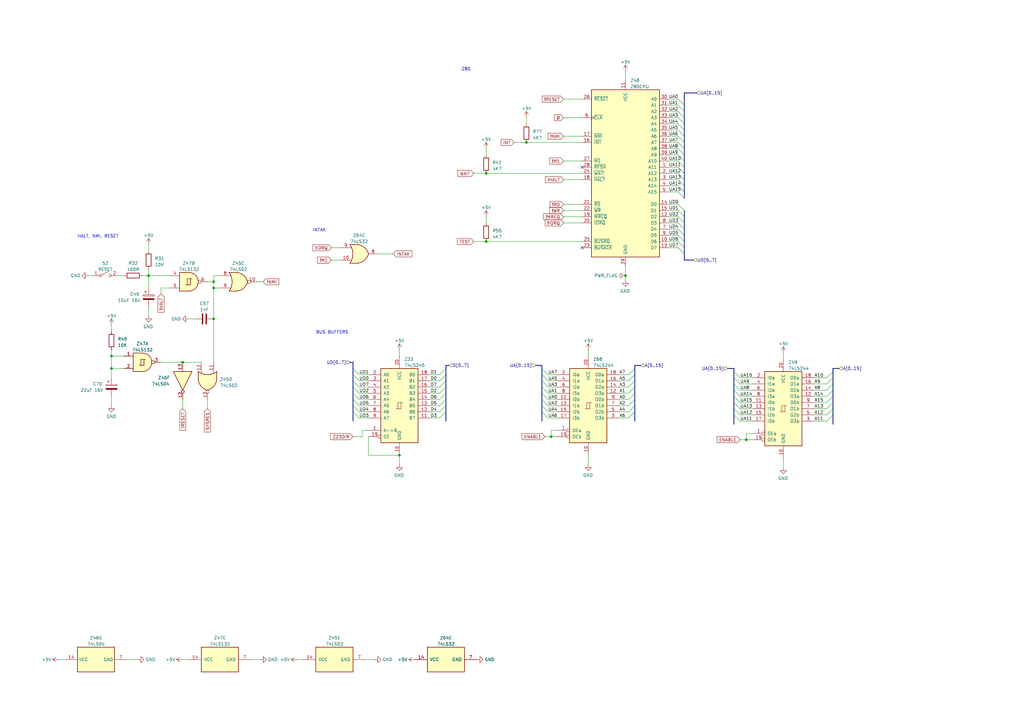
<source format=kicad_sch>
(kicad_sch (version 20230121) (generator eeschema)
  (paper "A3")
  (title_block (title "CPU and CPU Support"))
  (lib_symbols
    (symbol "74xx:74LS02" (pin_names (offset 1.016))
      (property "Reference" "U" (at 0 1.27 0))
      (property "Value" "74LS02" (at 0 -1.27 0))
      (symbol "74LS02_1_1"
        (pin output inverted (at 7.62 0 180) (length 3.81) (name "~") (number "1"))
        (pin input line (at -7.62 2.54 0) (length 4.318) (name "~") (number "2"))
        (pin input line (at -7.62 -2.54 0) (length 4.318) (name "~") (number "3"))
      )
      (symbol "74LS02_1_2"
        (pin output line (at 7.62 0 180) (length 3.81) (name "~") (number "1"))
        (pin input inverted (at -7.62 2.54 0) (length 3.81) (name "~") (number "2"))
        (pin input inverted (at -7.62 -2.54 0) (length 3.81) (name "~") (number "3"))
      )
      (symbol "74LS02_2_1"
        (pin output inverted (at 7.62 0 180) (length 3.81) (name "~") (number "4"))
        (pin input line (at -7.62 2.54 0) (length 4.318) (name "~") (number "5"))
        (pin input line (at -7.62 -2.54 0) (length 4.318) (name "~") (number "6"))
      )
      (symbol "74LS02_2_2"
        (pin output line (at 7.62 0 180) (length 3.81) (name "~") (number "4"))
        (pin input inverted (at -7.62 2.54 0) (length 3.81) (name "~") (number "5"))
        (pin input inverted (at -7.62 -2.54 0) (length 3.81) (name "~") (number "6"))
      )
      (symbol "74LS02_3_1"
        (pin output inverted (at 7.62 0 180) (length 3.81) (name "~") (number "10"))
        (pin input line (at -7.62 2.54 0) (length 4.318) (name "~") (number "8"))
        (pin input line (at -7.62 -2.54 0) (length 4.318) (name "~") (number "9"))
      )
      (symbol "74LS02_3_2"
        (pin output line (at 7.62 0 180) (length 3.81) (name "~") (number "10"))
        (pin input inverted (at -7.62 2.54 0) (length 3.81) (name "~") (number "8"))
        (pin input inverted (at -7.62 -2.54 0) (length 3.81) (name "~") (number "9"))
      )
      (symbol "74LS02_4_1"
        (pin input line (at -7.62 2.54 0) (length 4.318) (name "~") (number "11"))
        (pin input line (at -7.62 -2.54 0) (length 4.318) (name "~") (number "12"))
        (pin output inverted (at 7.62 0 180) (length 3.81) (name "~") (number "13"))
      )
      (symbol "74LS02_4_2"
        (pin input inverted (at -7.62 2.54 0) (length 3.81) (name "~") (number "11"))
        (pin input inverted (at -7.62 -2.54 0) (length 3.81) (name "~") (number "12"))
        (pin output line (at 7.62 0 180) (length 3.81) (name "~") (number "13"))
      )
      (symbol "74LS02_5_0"
        (pin power_in line (at 0 12.7 270) (length 5.08) (name "VCC") (number "14"))
        (pin power_in line (at 0 -12.7 90) (length 5.08) (name "GND") (number "7"))
      )
    )
    (symbol "74xx:74LS04"
      (property "Reference" "U" (at 0 1.27 0))
      (property "Value" "74LS04" (at 0 -1.27 0))
      (symbol "74LS04_1_0"
        (pin input line (at -7.62 0 0) (length 3.81) (name "~") (number "1"))
        (pin output inverted (at 7.62 0 180) (length 3.81) (name "~") (number "2"))
      )
      (symbol "74LS04_2_0"
        (pin input line (at -7.62 0 0) (length 3.81) (name "~") (number "3"))
        (pin output inverted (at 7.62 0 180) (length 3.81) (name "~") (number "4"))
      )
      (symbol "74LS04_3_0"
        (pin input line (at -7.62 0 0) (length 3.81) (name "~") (number "5"))
        (pin output inverted (at 7.62 0 180) (length 3.81) (name "~") (number "6"))
      )
      (symbol "74LS04_4_0"
        (pin output inverted (at 7.62 0 180) (length 3.81) (name "~") (number "8"))
        (pin input line (at -7.62 0 0) (length 3.81) (name "~") (number "9"))
      )
      (symbol "74LS04_5_0"
        (pin output inverted (at 7.62 0 180) (length 3.81) (name "~") (number "10"))
        (pin input line (at -7.62 0 0) (length 3.81) (name "~") (number "11"))
      )
      (symbol "74LS04_6_0"
        (pin output inverted (at 7.62 0 180) (length 3.81) (name "~") (number "12"))
        (pin input line (at -7.62 0 0) (length 3.81) (name "~") (number "13"))
      )
      (symbol "74LS04_7_0"
        (pin power_in line (at 0 12.7 270) (length 5.08) (name "VCC") (number "14"))
        (pin power_in line (at 0 -12.7 90) (length 5.08) (name "GND") (number "7"))
      )
    )
    (symbol "74xx:74LS132" (pin_names (offset 1.016))
      (property "Reference" "U" (at 0 1.27 0))
      (property "Value" "74LS132" (at 0 -1.27 0))
      (symbol "74LS132_1_1"
        (pin input line (at -7.62 2.54 0) (length 3.81) (name "~") (number "1"))
        (pin input line (at -7.62 -2.54 0) (length 3.81) (name "~") (number "2"))
        (pin output inverted (at 7.62 0 180) (length 3.81) (name "~") (number "3"))
      )
      (symbol "74LS132_1_2"
        (pin input inverted (at -7.62 2.54 0) (length 4.318) (name "~") (number "1"))
        (pin input inverted (at -7.62 -2.54 0) (length 4.318) (name "~") (number "2"))
        (pin output line (at 7.62 0 180) (length 3.81) (name "~") (number "3"))
      )
      (symbol "74LS132_2_1"
        (pin input line (at -7.62 2.54 0) (length 3.81) (name "~") (number "4"))
        (pin input line (at -7.62 -2.54 0) (length 3.81) (name "~") (number "5"))
        (pin output inverted (at 7.62 0 180) (length 3.81) (name "~") (number "6"))
      )
      (symbol "74LS132_2_2"
        (pin input inverted (at -7.62 2.54 0) (length 4.318) (name "~") (number "4"))
        (pin input inverted (at -7.62 -2.54 0) (length 4.318) (name "~") (number "5"))
        (pin output line (at 7.62 0 180) (length 3.81) (name "~") (number "6"))
      )
      (symbol "74LS132_3_1"
        (pin input line (at -7.62 -2.54 0) (length 3.81) (name "~") (number "10"))
        (pin output inverted (at 7.62 0 180) (length 3.81) (name "~") (number "8"))
        (pin input line (at -7.62 2.54 0) (length 3.81) (name "~") (number "9"))
      )
      (symbol "74LS132_3_2"
        (pin input inverted (at -7.62 -2.54 0) (length 4.318) (name "~") (number "10"))
        (pin output line (at 7.62 0 180) (length 3.81) (name "~") (number "8"))
        (pin input inverted (at -7.62 2.54 0) (length 4.318) (name "~") (number "9"))
      )
      (symbol "74LS132_4_1"
        (pin output inverted (at 7.62 0 180) (length 3.81) (name "~") (number "11"))
        (pin input line (at -7.62 2.54 0) (length 3.81) (name "~") (number "12"))
        (pin input line (at -7.62 -2.54 0) (length 3.81) (name "~") (number "13"))
      )
      (symbol "74LS132_4_2"
        (pin output line (at 7.62 0 180) (length 3.81) (name "~") (number "11"))
        (pin input inverted (at -7.62 2.54 0) (length 4.318) (name "~") (number "12"))
        (pin input inverted (at -7.62 -2.54 0) (length 4.318) (name "~") (number "13"))
      )
      (symbol "74LS132_5_0"
        (pin power_in line (at 0 12.7 270) (length 5.08) (name "VCC") (number "14"))
        (pin power_in line (at 0 -12.7 90) (length 5.08) (name "GND") (number "7"))
      )
    )
    (symbol "74xx:74LS244" (pin_names (offset 1.016))
      (property "Reference" "U" (at -7.62 16.51 0))
      (property "Value" "74LS244" (at -7.62 -16.51 0))
      (symbol "74LS244_1_0"
        (pin input inverted (at -12.7 -10.16 0) (length 5.08) (name "OEa") (number "1"))
        (pin power_in line (at 0 -20.32 90) (length 5.08) (name "GND") (number "10"))
        (pin input line (at -12.7 2.54 0) (length 5.08) (name "I0b") (number "11"))
        (pin tri_state line (at 12.7 5.08 180) (length 5.08) (name "O3a") (number "12"))
        (pin input line (at -12.7 0 0) (length 5.08) (name "I1b") (number "13"))
        (pin tri_state line (at 12.7 7.62 180) (length 5.08) (name "O2a") (number "14"))
        (pin input line (at -12.7 -2.54 0) (length 5.08) (name "I2b") (number "15"))
        (pin tri_state line (at 12.7 10.16 180) (length 5.08) (name "O1a") (number "16"))
        (pin input line (at -12.7 -5.08 0) (length 5.08) (name "I3b") (number "17"))
        (pin tri_state line (at 12.7 12.7 180) (length 5.08) (name "O0a") (number "18"))
        (pin input inverted (at -12.7 -12.7 0) (length 5.08) (name "OEb") (number "19"))
        (pin input line (at -12.7 12.7 0) (length 5.08) (name "I0a") (number "2"))
        (pin power_in line (at 0 20.32 270) (length 5.08) (name "VCC") (number "20"))
        (pin tri_state line (at 12.7 -5.08 180) (length 5.08) (name "O3b") (number "3"))
        (pin input line (at -12.7 10.16 0) (length 5.08) (name "I1a") (number "4"))
        (pin tri_state line (at 12.7 -2.54 180) (length 5.08) (name "O2b") (number "5"))
        (pin input line (at -12.7 7.62 0) (length 5.08) (name "I2a") (number "6"))
        (pin tri_state line (at 12.7 0 180) (length 5.08) (name "O1b") (number "7"))
        (pin input line (at -12.7 5.08 0) (length 5.08) (name "I3a") (number "8"))
        (pin tri_state line (at 12.7 2.54 180) (length 5.08) (name "O0b") (number "9"))
      )
    )
    (symbol "74xx:74LS245" (pin_names (offset 1.016))
      (property "Reference" "U" (at -7.62 16.51 0))
      (property "Value" "74LS245" (at -7.62 -16.51 0))
      (symbol "74LS245_1_0"
        (pin input line (at -12.7 -10.16 0) (length 5.08) (name "A->B") (number "1"))
        (pin power_in line (at 0 -20.32 90) (length 5.08) (name "GND") (number "10"))
        (pin tri_state line (at 12.7 -5.08 180) (length 5.08) (name "B7") (number "11"))
        (pin tri_state line (at 12.7 -2.54 180) (length 5.08) (name "B6") (number "12"))
        (pin tri_state line (at 12.7 0 180) (length 5.08) (name "B5") (number "13"))
        (pin tri_state line (at 12.7 2.54 180) (length 5.08) (name "B4") (number "14"))
        (pin tri_state line (at 12.7 5.08 180) (length 5.08) (name "B3") (number "15"))
        (pin tri_state line (at 12.7 7.62 180) (length 5.08) (name "B2") (number "16"))
        (pin tri_state line (at 12.7 10.16 180) (length 5.08) (name "B1") (number "17"))
        (pin tri_state line (at 12.7 12.7 180) (length 5.08) (name "B0") (number "18"))
        (pin input inverted (at -12.7 -12.7 0) (length 5.08) (name "CE") (number "19"))
        (pin tri_state line (at -12.7 12.7 0) (length 5.08) (name "A0") (number "2"))
        (pin power_in line (at 0 20.32 270) (length 5.08) (name "VCC") (number "20"))
        (pin tri_state line (at -12.7 10.16 0) (length 5.08) (name "A1") (number "3"))
        (pin tri_state line (at -12.7 7.62 0) (length 5.08) (name "A2") (number "4"))
        (pin tri_state line (at -12.7 5.08 0) (length 5.08) (name "A3") (number "5"))
        (pin tri_state line (at -12.7 2.54 0) (length 5.08) (name "A4") (number "6"))
        (pin tri_state line (at -12.7 0 0) (length 5.08) (name "A5") (number "7"))
        (pin tri_state line (at -12.7 -2.54 0) (length 5.08) (name "A6") (number "8"))
        (pin tri_state line (at -12.7 -5.08 0) (length 5.08) (name "A7") (number "9"))
      )
    )
    (symbol "74xx:74LS32" (pin_names (offset 1.016))
      (property "Reference" "U" (at 0 1.27 0))
      (property "Value" "74LS32" (at 0 -1.27 0))
      (symbol "74LS32_1_1"
        (pin input line (at -7.62 2.54 0) (length 4.318) (name "~") (number "1"))
        (pin input line (at -7.62 -2.54 0) (length 4.318) (name "~") (number "2"))
        (pin output line (at 7.62 0 180) (length 3.81) (name "~") (number "3"))
      )
      (symbol "74LS32_1_2"
        (pin input inverted (at -7.62 2.54 0) (length 3.81) (name "~") (number "1"))
        (pin input inverted (at -7.62 -2.54 0) (length 3.81) (name "~") (number "2"))
        (pin output inverted (at 7.62 0 180) (length 3.81) (name "~") (number "3"))
      )
      (symbol "74LS32_2_1"
        (pin input line (at -7.62 2.54 0) (length 4.318) (name "~") (number "4"))
        (pin input line (at -7.62 -2.54 0) (length 4.318) (name "~") (number "5"))
        (pin output line (at 7.62 0 180) (length 3.81) (name "~") (number "6"))
      )
      (symbol "74LS32_2_2"
        (pin input inverted (at -7.62 2.54 0) (length 3.81) (name "~") (number "4"))
        (pin input inverted (at -7.62 -2.54 0) (length 3.81) (name "~") (number "5"))
        (pin output inverted (at 7.62 0 180) (length 3.81) (name "~") (number "6"))
      )
      (symbol "74LS32_3_1"
        (pin input line (at -7.62 -2.54 0) (length 4.318) (name "~") (number "10"))
        (pin output line (at 7.62 0 180) (length 3.81) (name "~") (number "8"))
        (pin input line (at -7.62 2.54 0) (length 4.318) (name "~") (number "9"))
      )
      (symbol "74LS32_3_2"
        (pin input inverted (at -7.62 -2.54 0) (length 3.81) (name "~") (number "10"))
        (pin output inverted (at 7.62 0 180) (length 3.81) (name "~") (number "8"))
        (pin input inverted (at -7.62 2.54 0) (length 3.81) (name "~") (number "9"))
      )
      (symbol "74LS32_4_1"
        (pin output line (at 7.62 0 180) (length 3.81) (name "~") (number "11"))
        (pin input line (at -7.62 2.54 0) (length 4.318) (name "~") (number "12"))
        (pin input line (at -7.62 -2.54 0) (length 4.318) (name "~") (number "13"))
      )
      (symbol "74LS32_4_2"
        (pin output inverted (at 7.62 0 180) (length 3.81) (name "~") (number "11"))
        (pin input inverted (at -7.62 2.54 0) (length 3.81) (name "~") (number "12"))
        (pin input inverted (at -7.62 -2.54 0) (length 3.81) (name "~") (number "13"))
      )
      (symbol "74LS32_5_0"
        (pin power_in line (at 0 12.7 270) (length 5.08) (name "VCC") (number "14"))
        (pin power_in line (at 0 -12.7 90) (length 5.08) (name "GND") (number "7"))
      )
    )
    (symbol "CPU:Z80CPU" (pin_names (offset 1.016))
      (property "Reference" "U" (at -13.97 35.56 0))
      (property "Value" "Z80CPU" (at 6.35 35.56 0))
      (symbol "Z80CPU_1_1"
        (pin output line (at 17.78 2.54 180) (length 3.81) (name "A11") (number "1"))
        (pin bidirectional line (at 17.78 -27.94 180) (length 3.81) (name "D6") (number "10"))
        (pin power_in line (at 0 38.1 270) (length 3.81) (name "VCC") (number "11"))
        (pin bidirectional line (at 17.78 -17.78 180) (length 3.81) (name "D2") (number "12"))
        (pin bidirectional line (at 17.78 -30.48 180) (length 3.81) (name "D7") (number "13"))
        (pin bidirectional line (at 17.78 -12.7 180) (length 3.81) (name "D0") (number "14"))
        (pin bidirectional line (at 17.78 -15.24 180) (length 3.81) (name "D1") (number "15"))
        (pin input line (at -17.78 12.7 0) (length 3.81) (name "~{INT}") (number "16"))
        (pin input line (at -17.78 15.24 0) (length 3.81) (name "~{NMI}") (number "17"))
        (pin output line (at -17.78 -2.54 0) (length 3.81) (name "~{HALT}") (number "18"))
        (pin output line (at -17.78 -17.78 0) (length 3.81) (name "~{MREQ}") (number "19"))
        (pin output line (at 17.78 0 180) (length 3.81) (name "A12") (number "2"))
        (pin output line (at -17.78 -20.32 0) (length 3.81) (name "~{IORQ}") (number "20"))
        (pin output line (at -17.78 -12.7 0) (length 3.81) (name "~{RD}") (number "21"))
        (pin output line (at -17.78 -15.24 0) (length 3.81) (name "~{WR}") (number "22"))
        (pin output line (at -17.78 -30.48 0) (length 3.81) (name "~{BUSACK}") (number "23"))
        (pin input line (at -17.78 0 0) (length 3.81) (name "~{WAIT}") (number "24"))
        (pin input line (at -17.78 -27.94 0) (length 3.81) (name "~{BUSRQ}") (number "25"))
        (pin input line (at -17.78 30.48 0) (length 3.81) (name "~{RESET}") (number "26"))
        (pin output line (at -17.78 5.08 0) (length 3.81) (name "~{M1}") (number "27"))
        (pin output line (at -17.78 2.54 0) (length 3.81) (name "~{RFSH}") (number "28"))
        (pin power_in line (at 0 -38.1 90) (length 3.81) (name "GND") (number "29"))
        (pin output line (at 17.78 -2.54 180) (length 3.81) (name "A13") (number "3"))
        (pin output line (at 17.78 30.48 180) (length 3.81) (name "A0") (number "30"))
        (pin output line (at 17.78 27.94 180) (length 3.81) (name "A1") (number "31"))
        (pin output line (at 17.78 25.4 180) (length 3.81) (name "A2") (number "32"))
        (pin output line (at 17.78 22.86 180) (length 3.81) (name "A3") (number "33"))
        (pin output line (at 17.78 20.32 180) (length 3.81) (name "A4") (number "34"))
        (pin output line (at 17.78 17.78 180) (length 3.81) (name "A5") (number "35"))
        (pin output line (at 17.78 15.24 180) (length 3.81) (name "A6") (number "36"))
        (pin output line (at 17.78 12.7 180) (length 3.81) (name "A7") (number "37"))
        (pin output line (at 17.78 10.16 180) (length 3.81) (name "A8") (number "38"))
        (pin output line (at 17.78 7.62 180) (length 3.81) (name "A9") (number "39"))
        (pin output line (at 17.78 -5.08 180) (length 3.81) (name "A14") (number "4"))
        (pin output line (at 17.78 5.08 180) (length 3.81) (name "A10") (number "40"))
        (pin output line (at 17.78 -7.62 180) (length 3.81) (name "A15") (number "5"))
        (pin input clock (at -17.78 22.86 0) (length 3.81) (name "~{CLK}") (number "6"))
        (pin bidirectional line (at 17.78 -22.86 180) (length 3.81) (name "D4") (number "7"))
        (pin bidirectional line (at 17.78 -20.32 180) (length 3.81) (name "D3") (number "8"))
        (pin bidirectional line (at 17.78 -25.4 180) (length 3.81) (name "D5") (number "9"))
      )
    )
    (symbol "Device:C" (pin_numbers hide) (pin_names (offset 0.254))
      (property "Reference" "C" (at 0.635 2.54 0))
      (property "Value" "C" (at 0.635 -2.54 0))
      (symbol "C_1_1"
        (pin passive line (at 0 3.81 270) (length 2.794) (name "~") (number "1"))
        (pin passive line (at 0 -3.81 90) (length 2.794) (name "~") (number "2"))
      )
    )
    (symbol "Device:C_Polarized" (pin_numbers hide) (pin_names (offset 0.254))
      (property "Reference" "C" (at 0.635 2.54 0))
      (property "Value" "C_Polarized" (at 0.635 -2.54 0))
      (symbol "C_Polarized_1_1"
        (pin passive line (at 0 3.81 270) (length 2.794) (name "~") (number "1"))
        (pin passive line (at 0 -3.81 90) (length 2.794) (name "~") (number "2"))
      )
    )
    (symbol "Device:R" (pin_numbers hide) (pin_names (offset 0))
      (property "Reference" "R" (at 2.032 0 90))
      (property "Value" "R" (at 0 0 90))
      (symbol "R_1_1"
        (pin passive line (at 0 3.81 270) (length 1.27) (name "~") (number "1"))
        (pin passive line (at 0 -3.81 90) (length 1.27) (name "~") (number "2"))
      )
    )
    (symbol "Switch:SW_SPST" (pin_names (offset 0) hide)
      (property "Reference" "SW" (at 0 3.175 0))
      (property "Value" "SW_SPST" (at 0 -2.54 0))
      (symbol "SW_SPST_1_1"
        (pin passive line (at -5.08 0 0) (length 2.54) (name "A") (number "1"))
        (pin passive line (at 5.08 0 180) (length 2.54) (name "B") (number "2"))
      )
    )
    (symbol "power:+5V" (power) (pin_names (offset 0))
      (property "Value" "+5V" (at 0 3.556 0))
      (symbol "+5V_1_1"
        (pin power_in line (at 0 0 90) (length 0) hide (name "+5V") (number "1"))
      )
    )
    (symbol "power:GND" (power) (pin_names (offset 0))
      (property "Value" "GND" (at 0 -3.81 0))
      (symbol "GND_1_1"
        (pin power_in line (at 0 0 270) (length 0) hide (name "GND") (number "1"))
      )
    )
    (symbol "power:PWR_FLAG" (power) (pin_numbers hide) (pin_names (offset 0) hide)
      (property "Value" "PWR_FLAG" (at 0 3.81 0))
      (symbol "PWR_FLAG_0_0"
        (pin power_out line (at 0 0 90) (length 0) (name "pwr") (number "1"))
      )
    )
  )
  (junction (at 226.06 179.07))
  (junction (at 45.72 151.13))
  (junction (at 87.63 130.81))
  (junction (at 199.39 99.06))
  (junction (at 199.39 71.12))
  (junction (at 87.63 115.57))
  (junction (at 306.07 180.34))
  (junction (at 215.9 58.42))
  (junction (at 45.72 146.05))
  (junction (at 74.93 148.59))
  (junction (at 60.96 113.03))
  (junction (at 87.63 118.11))
  (junction (at 256.54 113.03))
  (junction (at 163.83 186.69))
  (no_connect (at 238.76 68.58))
  (no_connect (at 238.76 101.6))
  (bus_entry (at 278.13 66.04) (size 2.54 2.54))
  (bus_entry (at 300.99 157.48) (size 2.54 2.54))
  (bus_entry (at 144.78 168.91) (size 2.54 2.54))
  (bus_entry (at 180.34 171.45) (size 2.54 -2.54))
  (bus_entry (at 180.34 161.29) (size 2.54 -2.54))
  (bus_entry (at 144.78 151.13) (size 2.54 2.54))
  (bus_entry (at 222.25 151.13) (size 2.54 2.54))
  (bus_entry (at 144.78 153.67) (size 2.54 2.54))
  (bus_entry (at 257.81 153.67) (size 2.54 -2.54))
  (bus_entry (at 278.13 43.18) (size 2.54 2.54))
  (bus_entry (at 278.13 40.64) (size 2.54 2.54))
  (bus_entry (at 300.99 160.02) (size 2.54 2.54))
  (bus_entry (at 278.13 99.06) (size 2.54 2.54))
  (bus_entry (at 278.13 60.96) (size 2.54 2.54))
  (bus_entry (at 257.81 158.75) (size 2.54 -2.54))
  (bus_entry (at 144.78 161.29) (size 2.54 2.54))
  (bus_entry (at 339.09 160.02) (size 2.54 -2.54))
  (bus_entry (at 300.99 152.4) (size 2.54 2.54))
  (bus_entry (at 278.13 71.12) (size 2.54 2.54))
  (bus_entry (at 222.25 158.75) (size 2.54 2.54))
  (bus_entry (at 257.81 168.91) (size 2.54 -2.54))
  (bus_entry (at 278.13 76.2) (size 2.54 2.54))
  (bus_entry (at 222.25 163.83) (size 2.54 2.54))
  (bus_entry (at 180.34 153.67) (size 2.54 -2.54))
  (bus_entry (at 257.81 156.21) (size 2.54 -2.54))
  (bus_entry (at 180.34 158.75) (size 2.54 -2.54))
  (bus_entry (at 257.81 161.29) (size 2.54 -2.54))
  (bus_entry (at 339.09 157.48) (size 2.54 -2.54))
  (bus_entry (at 222.25 161.29) (size 2.54 2.54))
  (bus_entry (at 300.99 162.56) (size 2.54 2.54))
  (bus_entry (at 339.09 170.18) (size 2.54 -2.54))
  (bus_entry (at 339.09 165.1) (size 2.54 -2.54))
  (bus_entry (at 257.81 163.83) (size 2.54 -2.54))
  (bus_entry (at 144.78 163.83) (size 2.54 2.54))
  (bus_entry (at 278.13 58.42) (size 2.54 2.54))
  (bus_entry (at 144.78 156.21) (size 2.54 2.54))
  (bus_entry (at 278.13 91.44) (size 2.54 2.54))
  (bus_entry (at 278.13 86.36) (size 2.54 2.54))
  (bus_entry (at 278.13 50.8) (size 2.54 2.54))
  (bus_entry (at 339.09 154.94) (size 2.54 -2.54))
  (bus_entry (at 339.09 167.64) (size 2.54 -2.54))
  (bus_entry (at 222.25 156.21) (size 2.54 2.54))
  (bus_entry (at 278.13 63.5) (size 2.54 2.54))
  (bus_entry (at 278.13 101.6) (size 2.54 2.54))
  (bus_entry (at 278.13 93.98) (size 2.54 2.54))
  (bus_entry (at 278.13 48.26) (size 2.54 2.54))
  (bus_entry (at 180.34 166.37) (size 2.54 -2.54))
  (bus_entry (at 300.99 167.64) (size 2.54 2.54))
  (bus_entry (at 278.13 83.82) (size 2.54 2.54))
  (bus_entry (at 339.09 172.72) (size 2.54 -2.54))
  (bus_entry (at 257.81 171.45) (size 2.54 -2.54))
  (bus_entry (at 278.13 55.88) (size 2.54 2.54))
  (bus_entry (at 278.13 68.58) (size 2.54 2.54))
  (bus_entry (at 257.81 166.37) (size 2.54 -2.54))
  (bus_entry (at 222.25 153.67) (size 2.54 2.54))
  (bus_entry (at 278.13 78.74) (size 2.54 2.54))
  (bus_entry (at 144.78 166.37) (size 2.54 2.54))
  (bus_entry (at 222.25 168.91) (size 2.54 2.54))
  (bus_entry (at 180.34 163.83) (size 2.54 -2.54))
  (bus_entry (at 278.13 73.66) (size 2.54 2.54))
  (bus_entry (at 300.99 154.94) (size 2.54 2.54))
  (bus_entry (at 278.13 96.52) (size 2.54 2.54))
  (bus_entry (at 278.13 53.34) (size 2.54 2.54))
  (bus_entry (at 300.99 170.18) (size 2.54 2.54))
  (bus_entry (at 180.34 156.21) (size 2.54 -2.54))
  (bus_entry (at 180.34 168.91) (size 2.54 -2.54))
  (bus_entry (at 222.25 166.37) (size 2.54 2.54))
  (bus_entry (at 278.13 45.72) (size 2.54 2.54))
  (bus_entry (at 300.99 165.1) (size 2.54 2.54))
  (bus_entry (at 339.09 162.56) (size 2.54 -2.54))
  (bus_entry (at 278.13 88.9) (size 2.54 2.54))
  (bus_entry (at 144.78 158.75) (size 2.54 2.54))
  (bus (pts (xy 280.67 53.34) (xy 280.67 55.88)))
  (bus (pts (xy 144.78 161.29) (xy 144.78 163.83)))
  (wire (pts (xy 66.04 148.59) (xy 74.93 148.59)))
  (bus (pts (xy 222.25 161.29) (xy 222.25 163.83)))
  (wire (pts (xy 48.26 113.03) (xy 50.8 113.03)))
  (wire (pts (xy 254 161.29) (xy 257.81 161.29)))
  (wire (pts (xy 147.32 163.83) (xy 151.13 163.83)))
  (bus (pts (xy 222.25 149.86) (xy 222.25 151.13)))
  (wire (pts (xy 199.39 99.06) (xy 238.76 99.06)))
  (wire (pts (xy 87.63 113.03) (xy 87.63 115.57)))
  (wire (pts (xy 224.79 171.45) (xy 228.6 171.45)))
  (wire (pts (xy 87.63 130.81) (xy 87.63 148.59)))
  (wire (pts (xy 176.53 156.21) (xy 180.34 156.21)))
  (bus (pts (xy 143.51 148.59) (xy 144.78 148.59)))
  (wire (pts (xy 303.53 165.1) (xy 308.61 165.1)))
  (wire (pts (xy 231.14 73.66) (xy 238.76 73.66)))
  (wire (pts (xy 303.53 172.72) (xy 308.61 172.72)))
  (bus (pts (xy 280.67 91.44) (xy 280.67 93.98)))
  (bus (pts (xy 219.71 149.86) (xy 222.25 149.86)))
  (bus (pts (xy 144.78 148.59) (xy 144.78 151.13)))
  (bus (pts (xy 280.67 68.58) (xy 280.67 71.12)))
  (wire (pts (xy 274.32 43.18) (xy 278.13 43.18)))
  (wire (pts (xy 163.83 186.69) (xy 163.83 190.5)))
  (bus (pts (xy 280.67 78.74) (xy 280.67 81.28)))
  (wire (pts (xy 147.32 171.45) (xy 151.13 171.45)))
  (wire (pts (xy 85.09 163.83) (xy 85.09 167.64)))
  (bus (pts (xy 222.25 158.75) (xy 222.25 161.29)))
  (bus (pts (xy 300.99 165.1) (xy 300.99 167.64)))
  (wire (pts (xy 176.53 161.29) (xy 180.34 161.29)))
  (wire (pts (xy 147.32 161.29) (xy 151.13 161.29)))
  (wire (pts (xy 274.32 93.98) (xy 278.13 93.98)))
  (wire (pts (xy 274.32 86.36) (xy 278.13 86.36)))
  (bus (pts (xy 144.78 163.83) (xy 144.78 166.37)))
  (bus (pts (xy 300.99 160.02) (xy 300.99 162.56)))
  (wire (pts (xy 135.89 101.6) (xy 139.7 101.6)))
  (bus (pts (xy 222.25 166.37) (xy 222.25 168.91)))
  (wire (pts (xy 176.53 158.75) (xy 180.34 158.75)))
  (wire (pts (xy 256.54 109.22) (xy 256.54 113.03)))
  (wire (pts (xy 60.96 110.49) (xy 60.96 113.03)))
  (wire (pts (xy 36.195 113.03) (xy 38.1 113.03)))
  (wire (pts (xy 60.96 125.73) (xy 60.96 129.54)))
  (bus (pts (xy 344.17 151.13) (xy 341.63 151.13)))
  (bus (pts (xy 284.48 106.68) (xy 280.67 106.68)))
  (bus (pts (xy 144.78 168.91) (xy 144.78 172.72)))
  (wire (pts (xy 274.32 58.42) (xy 278.13 58.42)))
  (bus (pts (xy 280.67 63.5) (xy 280.67 66.04)))
  (wire (pts (xy 45.72 162.56) (xy 45.72 166.37)))
  (wire (pts (xy 274.32 78.74) (xy 278.13 78.74)))
  (bus (pts (xy 260.35 158.75) (xy 260.35 161.29)))
  (bus (pts (xy 280.67 66.04) (xy 280.67 68.58)))
  (wire (pts (xy 210.82 58.42) (xy 215.9 58.42)))
  (bus (pts (xy 280.67 58.42) (xy 280.67 60.96)))
  (wire (pts (xy 256.54 29.21) (xy 256.54 33.02)))
  (wire (pts (xy 224.79 168.91) (xy 228.6 168.91)))
  (wire (pts (xy 102.87 270.51) (xy 106.68 270.51)))
  (wire (pts (xy 215.9 58.42) (xy 238.76 58.42)))
  (wire (pts (xy 321.31 187.96) (xy 321.31 191.77)))
  (bus (pts (xy 341.63 154.94) (xy 341.63 157.48)))
  (wire (pts (xy 274.32 55.88) (xy 278.13 55.88)))
  (wire (pts (xy 147.32 158.75) (xy 151.13 158.75)))
  (wire (pts (xy 147.32 156.21) (xy 151.13 156.21)))
  (bus (pts (xy 182.88 168.91) (xy 182.88 172.72)))
  (wire (pts (xy 274.32 53.34) (xy 278.13 53.34)))
  (wire (pts (xy 224.79 156.21) (xy 228.6 156.21)))
  (bus (pts (xy 341.63 152.4) (xy 341.63 154.94)))
  (wire (pts (xy 77.47 130.81) (xy 80.01 130.81)))
  (bus (pts (xy 300.99 170.18) (xy 300.99 173.99)))
  (wire (pts (xy 176.53 168.91) (xy 180.34 168.91)))
  (wire (pts (xy 256.54 113.03) (xy 256.54 114.935)))
  (bus (pts (xy 182.88 149.86) (xy 182.88 151.13)))
  (bus (pts (xy 280.67 86.36) (xy 280.67 88.9)))
  (wire (pts (xy 151.13 176.53) (xy 148.59 176.53)))
  (bus (pts (xy 300.99 154.94) (xy 300.99 157.48)))
  (bus (pts (xy 262.89 149.86) (xy 260.35 149.86)))
  (wire (pts (xy 231.14 88.9) (xy 238.76 88.9)))
  (wire (pts (xy 274.32 60.96) (xy 278.13 60.96)))
  (wire (pts (xy 231.14 91.44) (xy 238.76 91.44)))
  (wire (pts (xy 274.32 63.5) (xy 278.13 63.5)))
  (wire (pts (xy 334.01 170.18) (xy 339.09 170.18)))
  (bus (pts (xy 280.67 96.52) (xy 280.67 99.06)))
  (bus (pts (xy 182.88 156.21) (xy 182.88 158.75)))
  (wire (pts (xy 334.01 172.72) (xy 339.09 172.72)))
  (wire (pts (xy 194.31 71.12) (xy 199.39 71.12)))
  (wire (pts (xy 176.53 163.83) (xy 180.34 163.83)))
  (bus (pts (xy 300.99 152.4) (xy 300.99 154.94)))
  (bus (pts (xy 341.63 162.56) (xy 341.63 165.1)))
  (wire (pts (xy 303.53 170.18) (xy 308.61 170.18)))
  (wire (pts (xy 105.41 115.57) (xy 107.95 115.57)))
  (wire (pts (xy 226.06 179.07) (xy 228.6 179.07)))
  (wire (pts (xy 224.79 158.75) (xy 228.6 158.75)))
  (bus (pts (xy 300.99 162.56) (xy 300.99 165.1)))
  (wire (pts (xy 274.32 88.9) (xy 278.13 88.9)))
  (wire (pts (xy 87.63 118.11) (xy 90.17 118.11)))
  (wire (pts (xy 241.3 186.69) (xy 241.3 190.5)))
  (wire (pts (xy 60.96 100.33) (xy 60.96 102.87)))
  (bus (pts (xy 260.35 166.37) (xy 260.35 168.91)))
  (wire (pts (xy 274.32 40.64) (xy 278.13 40.64)))
  (bus (pts (xy 260.35 161.29) (xy 260.35 163.83)))
  (wire (pts (xy 274.32 48.26) (xy 278.13 48.26)))
  (wire (pts (xy 231.14 66.04) (xy 238.76 66.04)))
  (bus (pts (xy 341.63 151.13) (xy 341.63 152.4)))
  (wire (pts (xy 254 171.45) (xy 257.81 171.45)))
  (wire (pts (xy 87.63 115.57) (xy 85.09 115.57)))
  (bus (pts (xy 280.67 99.06) (xy 280.67 101.6)))
  (wire (pts (xy 274.32 50.8) (xy 278.13 50.8)))
  (bus (pts (xy 260.35 168.91) (xy 260.35 172.72)))
  (wire (pts (xy 45.72 146.05) (xy 45.72 151.13)))
  (bus (pts (xy 280.67 104.14) (xy 280.67 106.68)))
  (wire (pts (xy 334.01 162.56) (xy 339.09 162.56)))
  (bus (pts (xy 260.35 153.67) (xy 260.35 156.21)))
  (wire (pts (xy 66.04 118.11) (xy 69.85 118.11)))
  (bus (pts (xy 222.25 163.83) (xy 222.25 166.37)))
  (bus (pts (xy 222.25 151.13) (xy 222.25 153.67)))
  (wire (pts (xy 154.94 104.14) (xy 161.29 104.14)))
  (bus (pts (xy 184.15 149.86) (xy 182.88 149.86)))
  (bus (pts (xy 144.78 156.21) (xy 144.78 158.75)))
  (bus (pts (xy 280.67 76.2) (xy 280.67 78.74)))
  (wire (pts (xy 274.32 76.2) (xy 278.13 76.2)))
  (wire (pts (xy 45.72 151.13) (xy 50.8 151.13)))
  (wire (pts (xy 274.32 101.6) (xy 278.13 101.6)))
  (wire (pts (xy 274.32 73.66) (xy 278.13 73.66)))
  (wire (pts (xy 147.32 166.37) (xy 151.13 166.37)))
  (wire (pts (xy 303.53 154.94) (xy 308.61 154.94)))
  (bus (pts (xy 280.67 55.88) (xy 280.67 58.42)))
  (wire (pts (xy 254 163.83) (xy 257.81 163.83)))
  (bus (pts (xy 280.67 38.1) (xy 280.67 43.18)))
  (wire (pts (xy 334.01 167.64) (xy 339.09 167.64)))
  (wire (pts (xy 224.79 163.83) (xy 228.6 163.83)))
  (bus (pts (xy 144.78 153.67) (xy 144.78 156.21)))
  (bus (pts (xy 144.78 151.13) (xy 144.78 153.67)))
  (wire (pts (xy 308.61 177.8) (xy 306.07 177.8)))
  (wire (pts (xy 254 168.91) (xy 257.81 168.91)))
  (wire (pts (xy 334.01 165.1) (xy 339.09 165.1)))
  (wire (pts (xy 306.07 177.8) (xy 306.07 180.34)))
  (bus (pts (xy 298.45 151.13) (xy 300.99 151.13)))
  (bus (pts (xy 300.99 151.13) (xy 300.99 152.4)))
  (wire (pts (xy 148.59 176.53) (xy 148.59 179.07)))
  (wire (pts (xy 66.04 120.65) (xy 66.04 118.11)))
  (bus (pts (xy 280.67 73.66) (xy 280.67 76.2)))
  (wire (pts (xy 274.32 68.58) (xy 278.13 68.58)))
  (bus (pts (xy 280.67 43.18) (xy 280.67 45.72)))
  (bus (pts (xy 222.25 156.21) (xy 222.25 158.75)))
  (wire (pts (xy 199.39 88.9) (xy 199.39 91.44)))
  (bus (pts (xy 280.67 71.12) (xy 280.67 73.66)))
  (wire (pts (xy 303.53 167.64) (xy 308.61 167.64)))
  (wire (pts (xy 52.07 270.51) (xy 56.515 270.51)))
  (bus (pts (xy 341.63 160.02) (xy 341.63 162.56)))
  (wire (pts (xy 303.53 160.02) (xy 308.61 160.02)))
  (wire (pts (xy 87.63 118.11) (xy 87.63 130.81)))
  (bus (pts (xy 144.78 158.75) (xy 144.78 161.29)))
  (wire (pts (xy 274.32 83.82) (xy 278.13 83.82)))
  (wire (pts (xy 231.14 55.88) (xy 238.76 55.88)))
  (wire (pts (xy 147.32 153.67) (xy 151.13 153.67)))
  (wire (pts (xy 45.72 133.35) (xy 45.72 135.89)))
  (wire (pts (xy 274.32 45.72) (xy 278.13 45.72)))
  (wire (pts (xy 60.96 113.03) (xy 60.96 118.11)))
  (bus (pts (xy 182.88 151.13) (xy 182.88 153.67)))
  (wire (pts (xy 199.39 60.96) (xy 199.39 63.5)))
  (wire (pts (xy 274.32 91.44) (xy 278.13 91.44)))
  (bus (pts (xy 280.67 101.6) (xy 280.67 104.14)))
  (bus (pts (xy 341.63 165.1) (xy 341.63 167.64)))
  (wire (pts (xy 144.78 179.07) (xy 148.59 179.07)))
  (wire (pts (xy 306.07 180.34) (xy 308.61 180.34)))
  (wire (pts (xy 231.14 48.26) (xy 238.76 48.26)))
  (bus (pts (xy 280.67 48.26) (xy 280.67 50.8)))
  (wire (pts (xy 74.93 270.51) (xy 77.47 270.51)))
  (wire (pts (xy 231.14 40.64) (xy 238.76 40.64)))
  (wire (pts (xy 215.9 48.26) (xy 215.9 50.8)))
  (wire (pts (xy 274.32 96.52) (xy 278.13 96.52)))
  (bus (pts (xy 182.88 158.75) (xy 182.88 161.29)))
  (wire (pts (xy 45.72 151.13) (xy 45.72 154.94)))
  (wire (pts (xy 224.79 161.29) (xy 228.6 161.29)))
  (bus (pts (xy 260.35 149.86) (xy 260.35 151.13)))
  (bus (pts (xy 341.63 157.48) (xy 341.63 160.02)))
  (bus (pts (xy 182.88 163.83) (xy 182.88 166.37)))
  (wire (pts (xy 74.93 148.59) (xy 82.55 148.59)))
  (wire (pts (xy 334.01 160.02) (xy 339.09 160.02)))
  (wire (pts (xy 90.17 113.03) (xy 87.63 113.03)))
  (wire (pts (xy 231.14 86.36) (xy 238.76 86.36)))
  (bus (pts (xy 260.35 156.21) (xy 260.35 158.75)))
  (wire (pts (xy 87.63 115.57) (xy 87.63 118.11)))
  (wire (pts (xy 135.89 106.68) (xy 139.7 106.68)))
  (bus (pts (xy 280.67 50.8) (xy 280.67 53.34)))
  (wire (pts (xy 241.3 143.51) (xy 241.3 146.05)))
  (bus (pts (xy 222.25 168.91) (xy 222.25 172.72)))
  (wire (pts (xy 149.86 270.51) (xy 153.67 270.51)))
  (bus (pts (xy 260.35 163.83) (xy 260.35 166.37)))
  (wire (pts (xy 226.06 176.53) (xy 226.06 179.07)))
  (wire (pts (xy 334.01 154.94) (xy 339.09 154.94)))
  (wire (pts (xy 254 153.67) (xy 257.81 153.67)))
  (wire (pts (xy 194.31 99.06) (xy 199.39 99.06)))
  (wire (pts (xy 199.39 71.12) (xy 238.76 71.12)))
  (wire (pts (xy 274.32 66.04) (xy 278.13 66.04)))
  (wire (pts (xy 254 156.21) (xy 257.81 156.21)))
  (wire (pts (xy 45.72 143.51) (xy 45.72 146.05)))
  (wire (pts (xy 151.13 179.07) (xy 151.13 186.69)))
  (wire (pts (xy 60.96 113.03) (xy 69.85 113.03)))
  (wire (pts (xy 163.83 143.51) (xy 163.83 146.05)))
  (wire (pts (xy 151.13 186.69) (xy 163.83 186.69)))
  (bus (pts (xy 182.88 153.67) (xy 182.88 156.21)))
  (wire (pts (xy 321.31 144.78) (xy 321.31 147.32)))
  (bus (pts (xy 285.75 38.1) (xy 280.67 38.1)))
  (bus (pts (xy 144.78 166.37) (xy 144.78 168.91)))
  (bus (pts (xy 182.88 161.29) (xy 182.88 163.83)))
  (wire (pts (xy 254 166.37) (xy 257.81 166.37)))
  (wire (pts (xy 24.13 270.51) (xy 26.67 270.51)))
  (bus (pts (xy 280.67 60.96) (xy 280.67 63.5)))
  (wire (pts (xy 334.01 157.48) (xy 339.09 157.48)))
  (wire (pts (xy 176.53 153.67) (xy 180.34 153.67)))
  (wire (pts (xy 223.52 179.07) (xy 226.06 179.07)))
  (bus (pts (xy 280.67 45.72) (xy 280.67 48.26)))
  (bus (pts (xy 280.67 88.9) (xy 280.67 91.44)))
  (wire (pts (xy 231.14 83.82) (xy 238.76 83.82)))
  (wire (pts (xy 121.92 270.51) (xy 124.46 270.51)))
  (wire (pts (xy 303.53 180.34) (xy 306.07 180.34)))
  (wire (pts (xy 224.79 153.67) (xy 228.6 153.67)))
  (wire (pts (xy 303.53 157.48) (xy 308.61 157.48)))
  (wire (pts (xy 254 158.75) (xy 257.81 158.75)))
  (wire (pts (xy 274.32 99.06) (xy 278.13 99.06)))
  (wire (pts (xy 303.53 162.56) (xy 308.61 162.56)))
  (bus (pts (xy 300.99 157.48) (xy 300.99 160.02)))
  (bus (pts (xy 280.67 93.98) (xy 280.67 96.52)))
  (bus (pts (xy 182.88 166.37) (xy 182.88 168.91)))
  (bus (pts (xy 300.99 167.64) (xy 300.99 170.18)))
  (bus (pts (xy 260.35 151.13) (xy 260.35 153.67)))
  (bus (pts (xy 222.25 153.67) (xy 222.25 156.21)))
  (wire (pts (xy 176.53 171.45) (xy 180.34 171.45)))
  (wire (pts (xy 45.72 146.05) (xy 50.8 146.05)))
  (wire (pts (xy 58.42 113.03) (xy 60.96 113.03)))
  (wire (pts (xy 74.93 163.83) (xy 74.93 167.64)))
  (wire (pts (xy 274.32 71.12) (xy 278.13 71.12)))
  (wire (pts (xy 147.32 168.91) (xy 151.13 168.91)))
  (wire (pts (xy 228.6 176.53) (xy 226.06 176.53)))
  (wire (pts (xy 224.79 166.37) (xy 228.6 166.37)))
  (bus (pts (xy 341.63 170.18) (xy 341.63 173.99)))
  (wire (pts (xy 176.53 166.37) (xy 180.34 166.37)))
  (bus (pts (xy 341.63 167.64) (xy 341.63 170.18)))
  (text "INTAK" (at 128.27 95.25 0) (effects (font (size 1.27 1.27)) (justify left bottom)))
  (text "Z80" (at 189.23 29.21 0) (effects (font (size 1.27 1.27)) (justify left bottom)))
  (text "HALT, NMI, RESET" (at 31.75 97.79 0) (effects (font (size 1.27 1.27)) (justify left bottom)))
  (text "BUS BUFFERS" (at 129.54 137.16 0) (effects (font (size 1.27 1.27)) (justify left bottom)))
  (label "A9" (at 334.01 157.48 0))
  (label "UD3" (at 274.32 91.44 0))
  (label "UA13" (at 303.53 167.64 0))
  (label "D7" (at 176.53 158.75 0))
  (label "UA3" (at 224.79 158.75 0))
  (label "UD4" (at 274.32 93.98 0))
  (label "A12" (at 334.01 170.18 0))
  (label "UA8" (at 274.32 60.96 0))
  (label "D0" (at 176.53 156.21 0))
  (label "UD5" (at 147.32 166.37 0))
  (label "UA2" (at 224.79 166.37 0))
  (label "UA0" (at 224.79 163.83 0))
  (label "UA3" (at 274.32 48.26 0))
  (label "UA12" (at 274.32 71.12 0))
  (label "UD2" (at 274.32 88.9 0))
  (label "D3" (at 176.53 171.45 0))
  (label "UD7" (at 147.32 158.75 0))
  (label "A8" (at 334.01 160.02 0))
  (label "D6" (at 176.53 163.83 0))
  (label "UD1" (at 147.32 153.67 0))
  (label "A10" (at 334.01 154.94 0))
  (label "UA15" (at 274.32 78.74 0))
  (label "UA11" (at 274.32 68.58 0))
  (label "UD0" (at 147.32 156.21 0))
  (label "UD5" (at 274.32 96.52 0))
  (label "UA1" (at 224.79 161.29 0))
  (label "UA9" (at 303.53 157.48 0))
  (label "UA0" (at 274.32 40.64 0))
  (label "UA6" (at 274.32 55.88 0))
  (label "A14" (at 334.01 162.56 0))
  (label "UA5" (at 274.32 53.34 0))
  (label "UA10" (at 303.53 154.94 0))
  (label "UA4" (at 224.79 168.91 0))
  (label "D2" (at 176.53 161.29 0))
  (label "UD3" (at 147.32 171.45 0))
  (label "UA13" (at 274.32 73.66 0))
  (label "UA6" (at 224.79 171.45 0))
  (label "UA15" (at 303.53 165.1 0))
  (label "UD2" (at 147.32 161.29 0))
  (label "UA2" (at 274.32 45.72 0))
  (label "UA8" (at 303.53 160.02 0))
  (label "D5" (at 176.53 166.37 0))
  (label "UD7" (at 274.32 101.6 0))
  (label "UA11" (at 303.53 172.72 0))
  (label "A5" (at 254 156.21 0))
  (label "A1" (at 254 161.29 0))
  (label "UD6" (at 147.32 163.83 0))
  (label "A7" (at 254 153.67 0))
  (label "UA7" (at 224.79 153.67 0))
  (label "UA12" (at 303.53 170.18 0))
  (label "A6" (at 254 171.45 0))
  (label "UA14" (at 274.32 76.2 0))
  (label "UA5" (at 224.79 156.21 0))
  (label "A11" (at 334.01 172.72 0))
  (label "D4" (at 176.53 168.91 0))
  (label "UD1" (at 274.32 86.36 0))
  (label "UD4" (at 147.32 168.91 0))
  (label "A15" (at 334.01 165.1 0))
  (label "A13" (at 334.01 167.64 0))
  (label "D1" (at 176.53 153.67 0))
  (label "A0" (at 254 163.83 0))
  (label "UD6" (at 274.32 99.06 0))
  (label "UA1" (at 274.32 43.18 0))
  (label "A2" (at 254 166.37 0))
  (label "UD0" (at 274.32 83.82 0))
  (label "A3" (at 254 158.75 0))
  (label "UA9" (at 274.32 63.5 0))
  (label "UA14" (at 303.53 162.56 0))
  (label "UA10" (at 274.32 66.04 0))
  (label "UA4" (at 274.32 50.8 0))
  (label "A4" (at 254 168.91 0))
  (label "UA7" (at 274.32 58.42 0))
  (global_label "INTAK" (shape input) (at 161.29 104.14 0) (property "Intersheetrefs" "${INTERSHEET_REFS}" (effects hide)))
  (global_label "TEST" (shape input) (at 194.31 99.06 180) (property "Intersheetrefs" "${INTERSHEET_REFS}" (effects hide)))
  (global_label "!M1" (shape input) (at 135.89 106.68 180) (property "Intersheetrefs" "${INTERSHEET_REFS}" (effects hide)))
  (global_label "Ø" (shape input) (at 231.14 48.26 180) (property "Intersheetrefs" "${INTERSHEET_REFS}" (effects hide)))
  (global_label "!RESET" (shape input) (at 74.93 167.64 270) (property "Intersheetrefs" "${INTERSHEET_REFS}" (effects hide)))
  (global_label "!MREQ" (shape input) (at 231.14 88.9 180) (property "Intersheetrefs" "${INTERSHEET_REFS}" (effects hide)))
  (global_label "!IORQ" (shape input) (at 231.14 91.44 180) (property "Intersheetrefs" "${INTERSHEET_REFS}" (effects hide)))
  (global_label "INT" (shape input) (at 210.82 58.42 180) (property "Intersheetrefs" "${INTERSHEET_REFS}" (effects hide)))
  (global_label "Z23DIR" (shape input) (at 144.78 179.07 180) (property "Intersheetrefs" "${INTERSHEET_REFS}" (effects hide)))
  (global_label "!RD" (shape input) (at 231.14 83.82 180) (property "Intersheetrefs" "${INTERSHEET_REFS}" (effects hide)))
  (global_label "ENABLE" (shape input) (at 223.52 179.07 180) (property "Intersheetrefs" "${INTERSHEET_REFS}" (effects hide)))
  (global_label "!IORQ" (shape input) (at 135.89 101.6 180) (property "Intersheetrefs" "${INTERSHEET_REFS}" (effects hide)))
  (global_label "!HALT" (shape input) (at 231.14 73.66 180) (property "Intersheetrefs" "${INTERSHEET_REFS}" (effects hide)))
  (global_label "!WR" (shape input) (at 231.14 86.36 180) (property "Intersheetrefs" "${INTERSHEET_REFS}" (effects hide)))
  (global_label "!NMI" (shape input) (at 107.95 115.57 0) (property "Intersheetrefs" "${INTERSHEET_REFS}" (effects hide)))
  (global_label "SYSRES" (shape input) (at 85.09 167.64 270) (property "Intersheetrefs" "${INTERSHEET_REFS}" (effects hide)))
  (global_label "!HALT" (shape input) (at 66.04 120.65 270) (property "Intersheetrefs" "${INTERSHEET_REFS}" (effects hide)))
  (global_label "!RESET" (shape input) (at 231.14 40.64 180) (property "Intersheetrefs" "${INTERSHEET_REFS}" (effects hide)))
  (global_label "!NMI" (shape input) (at 231.14 55.88 180) (property "Intersheetrefs" "${INTERSHEET_REFS}" (effects hide)))
  (global_label "ENABLE" (shape input) (at 303.53 180.34 180) (property "Intersheetrefs" "${INTERSHEET_REFS}" (effects hide)))
  (global_label "!M1" (shape input) (at 231.14 66.04 180) (property "Intersheetrefs" "${INTERSHEET_REFS}" (effects hide)))
  (global_label "WAIT" (shape input) (at 194.31 71.12 180) (property "Intersheetrefs" "${INTERSHEET_REFS}" (effects hide)))
  (hierarchical_label "UA[0..15]" (shape input) (at 219.71 149.86 180))
  (hierarchical_label "UD[0..7]" (shape input) (at 143.51 148.59 180))
  (hierarchical_label "UA[0..15]" (shape input) (at 285.75 38.1 0))
  (hierarchical_label "UA[0..15]" (shape input) (at 298.45 151.13 180))
  (hierarchical_label "A[0..15]" (shape input) (at 344.17 151.13 0))
  (hierarchical_label "UD[0..7]" (shape input) (at 284.48 106.68 0))
  (hierarchical_label "D[0..7]" (shape input) (at 184.15 149.86 0))
  (hierarchical_label "A[0..15]" (shape input) (at 262.89 149.86 0))
  (symbol (lib_id "power:+5V") (at 24.13 270.51 90) (unit 1)
    (property "Reference" "#PWR010" (effects hide))
    (property "Value" "+5V" (at 19.05 270.51 90))
    (instances (project "TRS80IJP_1" (path "" (reference "#PWR010") (unit 1)) (path "" (reference "#PWR042") (unit 1)) (path "" (reference "#PWR048") (unit 1)) (path "" (reference "#PWR058") (unit 1)) (path "" (reference "#PWR079") (unit 1)) (path "" (reference "#PWR084") (unit 1))))
  )
  (symbol (lib_id "power:+5V") (at 74.93 270.51 90) (unit 1)
    (property "Reference" "#PWR010" (effects hide))
    (property "Value" "+5V" (at 69.85 270.51 90))
    (instances (project "TRS80IJP_1" (path "" (reference "#PWR010") (unit 1)) (path "" (reference "#PWR042") (unit 1)) (path "" (reference "#PWR048") (unit 1)) (path "" (reference "#PWR058") (unit 1)) (path "" (reference "#PWR079") (unit 1)) (path "" (reference "#PWR085") (unit 1))))
  )
  (symbol (lib_id "74xx:74LS02") (at 137.16 270.51 90) (unit 5)
    (property "Reference" "Z45" (at 137.16 261.62 90))
    (property "Value" "74LS02" (at 137.16 264.16 90))
    (property "Footprint" "Package_DIP:DIP-14_W7.62mm" (effects hide))
    (property "Datasheet" "http://www.ti.com/lit/gpn/sn74ls02" (effects hide))
  )
  (symbol (lib_id "Device:R") (at 60.96 106.68 180) (unit 1)
    (property "Reference" "R31" (at 63.5 106.045 0) (effects (justify right)))
    (property "Value" "10K" (at 63.5 108.585 0) (effects (justify right)))
    (property "Footprint" "TRS80:Resistor 10.16mm" (effects hide))
  )
  (symbol (lib_id "Device:R") (at 54.61 113.03 90) (unit 1)
    (property "Reference" "R32" (at 54.61 107.95 90))
    (property "Value" "100R" (at 54.61 110.49 90))
    (property "Footprint" "TRS80:Resistor 10.16mm" (effects hide))
  )
  (symbol (lib_id "power:+5V") (at 215.9 48.26 0) (unit 1)
    (property "Reference" "#PWR010" (effects hide))
    (property "Value" "+5V" (at 215.9 44.45 0))
    (instances (project "TRS80IJP_1" (path "" (reference "#PWR010") (unit 1)) (path "" (reference "#PWR042") (unit 1)) (path "" (reference "#PWR048") (unit 1)) (path "" (reference "#PWR058") (unit 1)) (path "" (reference "#PWR079") (unit 1)) (path "" (reference "#PWR091") (unit 1))))
  )
  (symbol (lib_id "Device:C_Polarized") (at 45.72 158.75 0) (unit 1)
    (property "Reference" "C70" (at 38.1 157.48 0) (effects (justify left)))
    (property "Value" "22uF 16V" (at 33.02 160.02 0) (effects (justify left)))
    (property "Footprint" "TRS80:CP_Radial_D5.0mm_P2.50mm" (effects hide))
  )
  (symbol (lib_id "74xx:74LS244") (at 241.3 166.37 0) (unit 1)
    (property "Reference" "Z68" (at 243.2559 147.32 0) (effects (justify left)))
    (property "Value" "74LS244" (at 243.2559 149.86 0) (effects (justify left)))
    (property "Footprint" "Package_DIP:DIP-20_W7.62mm" (effects hide))
    (property "Datasheet" "http://www.ti.com/lit/ds/symlink/sn74ls244.pdf" (effects hide))
  )
  (symbol (lib_id "power:+5V") (at 170.18 270.51 90) (unit 1)
    (property "Reference" "#PWR010" (effects hide))
    (property "Value" "+5V" (at 165.1 270.51 90))
    (instances (project "TRS80IJP_1" (path "" (reference "#PWR010") (unit 1)) (path "" (reference "#PWR042") (unit 1)) (path "" (reference "#PWR048") (unit 1)) (path "" (reference "#PWR058") (unit 1)) (path "" (reference "#PWR079") (unit 1)) (path "" (reference "#PWR088") (unit 1))))
  )
  (symbol (lib_id "74xx:74LS02") (at 97.79 115.57 0) (unit 3)
    (property "Reference" "Z45" (at 97.79 107.95 0))
    (property "Value" "74LS02" (at 97.79 110.49 0))
    (property "Footprint" "Package_DIP:DIP-14_W7.62mm" (effects hide))
    (property "Datasheet" "http://www.ti.com/lit/gpn/sn74ls02" (effects hide))
  )
  (symbol (lib_id "Device:R") (at 45.72 139.7 180) (unit 1)
    (property "Reference" "R49" (at 48.26 139.065 0) (effects (justify right)))
    (property "Value" "10K" (at 48.26 141.605 0) (effects (justify right)))
    (property "Footprint" "TRS80:Resistor 10.16mm" (effects hide))
  )
  (symbol (lib_id "power:PWR_FLAG") (at 256.54 113.03 90) (unit 1)
    (property "Reference" "#FLG01" (effects hide))
    (property "Value" "PWR_FLAG" (at 253.365 113.03 90) (effects (justify left)))
  )
  (symbol (lib_id "power:GND") (at 60.96 129.54 0) (unit 1)
    (property "Reference" "#PWR0109" (effects hide))
    (property "Value" "GND" (at 62.865 133.985 0) (effects (justify right)))
  )
  (symbol (lib_id "power:GND") (at 256.54 114.935 0) (unit 1)
    (property "Reference" "#PWR0108" (effects hide))
    (property "Value" "GND" (at 258.445 119.38 0) (effects (justify right)))
  )
  (symbol (lib_id "power:GND") (at 241.3 190.5 0) (unit 1)
    (property "Reference" "#PWR0107" (effects hide))
    (property "Value" "GND" (at 243.205 194.945 0) (effects (justify right)))
  )
  (symbol (lib_id "74xx:74LS32") (at 147.32 104.14 0) (unit 3)
    (property "Reference" "Z64" (at 147.32 96.52 0))
    (property "Value" "74LS32" (at 147.32 99.06 0))
    (property "Footprint" "Package_DIP:DIP-14_W7.62mm" (effects hide))
    (property "Datasheet" "http://www.ti.com/lit/gpn/sn74LS32" (effects hide))
  )
  (symbol (lib_id "74xx:74LS02") (at 85.09 156.21 270) (unit 4)
    (property "Reference" "Z45" (at 90.17 155.575 90) (effects (justify left)))
    (property "Value" "74LS02" (at 90.17 158.115 90) (effects (justify left)))
    (property "Footprint" "Package_DIP:DIP-14_W7.62mm" (effects hide))
    (property "Datasheet" "http://www.ti.com/lit/gpn/sn74ls02" (effects hide))
  )
  (symbol (lib_id "power:+5V") (at 121.92 270.51 90) (unit 1)
    (property "Reference" "#PWR010" (effects hide))
    (property "Value" "+5V" (at 116.84 270.51 90))
    (instances (project "TRS80IJP_1" (path "" (reference "#PWR010") (unit 1)) (path "" (reference "#PWR042") (unit 1)) (path "" (reference "#PWR048") (unit 1)) (path "" (reference "#PWR058") (unit 1)) (path "" (reference "#PWR079") (unit 1)) (path "" (reference "#PWR086") (unit 1))))
  )
  (symbol (lib_id "power:GND") (at 45.72 166.37 0) (unit 1)
    (property "Reference" "#PWR0101" (effects hide))
    (property "Value" "GND" (at 45.72 170.815 0))
  )
  (symbol (lib_id "power:+5V") (at 163.83 143.51 0) (unit 1)
    (property "Reference" "#PWR010" (effects hide))
    (property "Value" "+5V" (at 163.83 139.7 0))
    (instances (project "TRS80IJP_1" (path "" (reference "#PWR010") (unit 1)) (path "" (reference "#PWR042") (unit 1)) (path "" (reference "#PWR048") (unit 1)) (path "" (reference "#PWR058") (unit 1)) (path "" (reference "#PWR079") (unit 1)) (path "" (reference "#PWR087") (unit 1))))
  )
  (symbol (lib_id "power:GND") (at 195.58 270.51 90) (unit 1)
    (property "Reference" "#PWR0106" (effects hide))
    (property "Value" "GND" (at 198.755 270.51 90) (effects (justify right)))
  )
  (symbol (lib_id "power:GND") (at 321.31 191.77 0) (unit 1)
    (property "Reference" "#PWR0112" (effects hide))
    (property "Value" "GND" (at 323.215 196.215 0) (effects (justify right)))
  )
  (symbol (lib_id "power:+5V") (at 241.3 143.51 0) (unit 1)
    (property "Reference" "#PWR010" (effects hide))
    (property "Value" "+5V" (at 241.3 139.7 0))
    (instances (project "TRS80IJP_1" (path "" (reference "#PWR010") (unit 1)) (path "" (reference "#PWR042") (unit 1)) (path "" (reference "#PWR048") (unit 1)) (path "" (reference "#PWR058") (unit 1)) (path "" (reference "#PWR079") (unit 1)) (path "" (reference "#PWR092") (unit 1))))
  )
  (symbol (lib_id "power:+5V") (at 321.31 144.78 0) (unit 1)
    (property "Reference" "#PWR010" (effects hide))
    (property "Value" "+5V" (at 321.31 140.97 0))
    (instances (project "TRS80IJP_1" (path "" (reference "#PWR010") (unit 1)) (path "" (reference "#PWR042") (unit 1)) (path "" (reference "#PWR048") (unit 1)) (path "" (reference "#PWR058") (unit 1)) (path "" (reference "#PWR079") (unit 1)) (path "" (reference "#PWR094") (unit 1))))
  )
  (symbol (lib_id "Switch:SW_SPST") (at 43.18 113.03 0) (unit 1)
    (property "Reference" "S2" (at 43.18 107.95 0))
    (property "Value" "RESET" (at 43.18 110.49 0))
    (property "Footprint" "TRS80:S2" (effects hide))
  )
  (symbol (lib_id "power:GND") (at 153.67 270.51 90) (unit 1)
    (property "Reference" "#PWR0105" (effects hide))
    (property "Value" "GND" (at 156.845 270.51 90) (effects (justify right)))
  )
  (symbol (lib_id "power:GND") (at 106.68 270.51 90) (unit 1)
    (property "Reference" "#PWR0104" (effects hide))
    (property "Value" "GND" (at 109.855 270.51 90) (effects (justify right)))
  )
  (symbol (lib_id "Device:C") (at 83.82 130.81 270) (unit 1)
    (property "Reference" "C57" (at 83.82 124.46 90))
    (property "Value" "1nF" (at 83.82 127 90))
    (property "Footprint" "TRS80:Ceramic Disc 2.5mm" (effects hide))
  )
  (symbol (lib_id "power:+5V") (at 256.54 29.21 0) (unit 1)
    (property "Reference" "#PWR010" (effects hide))
    (property "Value" "+5V" (at 256.54 25.4 0))
    (instances (project "TRS80IJP_1" (path "" (reference "#PWR010") (unit 1)) (path "" (reference "#PWR042") (unit 1)) (path "" (reference "#PWR048") (unit 1)) (path "" (reference "#PWR058") (unit 1)) (path "" (reference "#PWR079") (unit 1)) (path "" (reference "#PWR093") (unit 1))))
  )
  (symbol (lib_id "power:+5V") (at 60.96 100.33 0) (unit 1)
    (property "Reference" "#PWR010" (effects hide))
    (property "Value" "+5V" (at 60.96 96.52 0))
    (instances (project "TRS80IJP_1" (path "" (reference "#PWR010") (unit 1)) (path "" (reference "#PWR042") (unit 1)) (path "" (reference "#PWR048") (unit 1)) (path "" (reference "#PWR098") (unit 1)) (path "" (reference "#PWR079") (unit 1)) (path "" (reference "#PWR0100") (unit 1))))
  )
  (symbol (lib_id "74xx:74LS132") (at 90.17 270.51 90) (unit 5)
    (property "Reference" "Z47" (at 90.17 261.62 90))
    (property "Value" "74LS132" (at 90.17 264.16 90))
    (property "Footprint" "Package_DIP:DIP-14_W7.62mm" (effects hide))
    (property "Datasheet" "http://www.ti.com/lit/gpn/sn74LS132" (effects hide))
  )
  (symbol (lib_id "power:GND") (at 56.515 270.51 90) (unit 1)
    (property "Reference" "#PWR0103" (effects hide))
    (property "Value" "GND" (at 59.69 270.51 90) (effects (justify right)))
  )
  (symbol (lib_id "Device:C_Polarized") (at 60.96 121.92 0) (unit 1)
    (property "Reference" "C40" (at 53.34 120.65 0) (effects (justify left)))
    (property "Value" "10uF 16V" (at 48.26 123.19 0) (effects (justify left)))
    (property "Footprint" "TRS80:CP_Radial_D5.0mm_P2.50mm" (effects hide))
  )
  (symbol (lib_id "74xx:74LS132") (at 77.47 115.57 0) (unit 2)
    (property "Reference" "Z47" (at 77.47 107.95 0))
    (property "Value" "74LS132" (at 77.47 110.49 0))
    (property "Footprint" "Package_DIP:DIP-14_W7.62mm" (effects hide))
    (property "Datasheet" "http://www.ti.com/lit/gpn/sn74LS132" (effects hide))
  )
  (symbol (lib_id "CPU:Z80CPU") (at 256.54 71.12 0) (unit 1)
    (property "Reference" "Z48" (at 258.4959 33.02 0) (effects (justify left)))
    (property "Value" "Z80CPU" (at 258.4959 35.56 0) (effects (justify left)))
    (property "Footprint" "Package_DIP:DIP-40_W15.24mm" (effects hide))
    (property "Datasheet" "www.zilog.com/manage_directlink.php?filepath=docs/z80/um0080" (effects hide))
  )
  (symbol (lib_id "power:+5V") (at 199.39 88.9 0) (unit 1)
    (property "Reference" "#PWR010" (effects hide))
    (property "Value" "+5V" (at 199.39 85.09 0))
    (instances (project "TRS80IJP_1" (path "" (reference "#PWR010") (unit 1)) (path "" (reference "#PWR042") (unit 1)) (path "" (reference "#PWR048") (unit 1)) (path "" (reference "#PWR058") (unit 1)) (path "" (reference "#PWR079") (unit 1)) (path "" (reference "#PWR090") (unit 1))))
  )
  (symbol (lib_id "74xx:74LS244") (at 321.31 167.64 0) (unit 1)
    (property "Reference" "Z49" (at 323.2659 148.59 0) (effects (justify left)))
    (property "Value" "74LS244" (at 323.2659 151.13 0) (effects (justify left)))
    (property "Footprint" "Package_DIP:DIP-20_W7.62mm" (effects hide))
    (property "Datasheet" "http://www.ti.com/lit/ds/symlink/sn74ls244.pdf" (effects hide))
  )
  (symbol (lib_id "Device:R") (at 199.39 67.31 0) (unit 1)
    (property "Reference" "R41" (at 201.93 66.675 0) (effects (justify left)))
    (property "Value" "4K7" (at 201.93 69.215 0) (effects (justify left)))
    (property "Footprint" "TRS80:Resistor 10.16mm" (effects hide))
  )
  (symbol (lib_id "Device:R") (at 215.9 54.61 0) (unit 1)
    (property "Reference" "R77" (at 218.44 53.975 0) (effects (justify left)))
    (property "Value" "4K7" (at 218.44 56.515 0) (effects (justify left)))
    (property "Footprint" "TRS80:Resistor 10.16mm" (effects hide))
  )
  (symbol (lib_id "power:GND") (at 77.47 130.81 270) (unit 1)
    (property "Reference" "#PWR0110" (effects hide))
    (property "Value" "GND" (at 74.295 130.81 90) (effects (justify right)))
  )
  (symbol (lib_id "power:+5V") (at 45.72 133.35 0) (unit 1)
    (property "Reference" "#PWR010" (effects hide))
    (property "Value" "+5V" (at 45.72 129.54 0))
    (instances (project "TRS80IJP_1" (path "" (reference "#PWR010") (unit 1)) (path "" (reference "#PWR042") (unit 1)) (path "" (reference "#PWR048") (unit 1)) (path "" (reference "#PWR098") (unit 1)) (path "" (reference "#PWR079") (unit 1)) (path "" (reference "#PWR099") (unit 1))))
  )
  (symbol (lib_id "74xx:74LS132") (at 58.42 148.59 0) (unit 1)
    (property "Reference" "Z47" (at 58.42 140.97 0))
    (property "Value" "74LS132" (at 58.42 143.51 0))
    (property "Footprint" "Package_DIP:DIP-14_W7.62mm" (effects hide))
    (property "Datasheet" "http://www.ti.com/lit/gpn/sn74LS132" (effects hide))
  )
  (symbol (lib_id "74xx:74LS04") (at 74.93 156.21 270) (unit 6)
    (property "Reference" "Z46" (at 64.77 154.94 90) (effects (justify left)))
    (property "Value" "74LS04" (at 62.23 157.48 90) (effects (justify left)))
    (property "Footprint" "Package_DIP:DIP-14_W7.62mm" (effects hide))
    (property "Datasheet" "http://www.ti.com/lit/gpn/sn74LS04" (effects hide))
  )
  (symbol (lib_id "74xx:74LS245") (at 163.83 166.37 0) (unit 1)
    (property "Reference" "Z23" (at 165.7859 147.32 0) (effects (justify left)))
    (property "Value" "74LS245" (at 165.7859 149.86 0) (effects (justify left)))
    (property "Footprint" "Package_DIP:DIP-20_W7.62mm" (effects hide))
    (property "Datasheet" "http://www.ti.com/lit/gpn/sn74LS245" (effects hide))
  )
  (symbol (lib_id "Device:R") (at 199.39 95.25 0) (unit 1)
    (property "Reference" "R55" (at 201.93 94.615 0) (effects (justify left)))
    (property "Value" "4K7" (at 201.93 97.155 0) (effects (justify left)))
    (property "Footprint" "TRS80:Resistor 10.16mm" (effects hide))
  )
  (symbol (lib_id "74xx:74LS32") (at 182.88 270.51 90) (unit 5)
    (property "Reference" "Z64" (at 182.88 261.62 90))
    (property "Value" "74LS32" (at 182.88 264.16 90))
    (property "Footprint" "Package_DIP:DIP-14_W7.62mm" (effects hide))
    (property "Datasheet" "http://www.ti.com/lit/gpn/sn74LS32" (effects hide))
  )
  (symbol (lib_id "power:GND") (at 163.83 190.5 0) (unit 1)
    (property "Reference" "#PWR0111" (effects hide))
    (property "Value" "GND" (at 165.735 194.945 0) (effects (justify right)))
  )
  (symbol (lib_id "power:+5V") (at 199.39 60.96 0) (unit 1)
    (property "Reference" "#PWR010" (effects hide))
    (property "Value" "+5V" (at 199.39 57.15 0))
    (instances (project "TRS80IJP_1" (path "" (reference "#PWR010") (unit 1)) (path "" (reference "#PWR042") (unit 1)) (path "" (reference "#PWR048") (unit 1)) (path "" (reference "#PWR058") (unit 1)) (path "" (reference "#PWR079") (unit 1)) (path "" (reference "#PWR089") (unit 1))))
  )
  (symbol (lib_id "74xx:74LS04") (at 39.37 270.51 90) (unit 7)
    (property "Reference" "Z46" (at 39.37 261.62 90))
    (property "Value" "74LS04" (at 39.37 264.16 90))
    (property "Footprint" "Package_DIP:DIP-14_W7.62mm" (effects hide))
    (property "Datasheet" "http://www.ti.com/lit/gpn/sn74LS04" (effects hide))
  )
  (symbol (lib_id "power:GND") (at 36.195 113.03 270) (unit 1)
    (property "Reference" "#PWR0102" (effects hide))
    (property "Value" "GND" (at 33.02 113.03 90) (effects (justify right)))
  )
)
</source>
